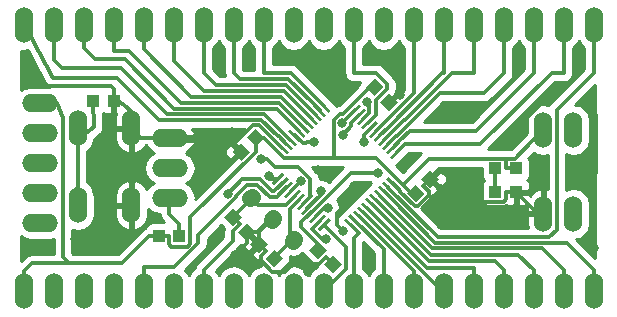
<source format=gtl>
G04 #@! TF.FileFunction,Copper,L1,Top,Signal*
%FSLAX46Y46*%
G04 Gerber Fmt 4.6, Leading zero omitted, Abs format (unit mm)*
G04 Created by KiCad (PCBNEW 4.0.1-stable) date 2017/01/22 22:06:15*
%MOMM*%
G01*
G04 APERTURE LIST*
%ADD10C,0.100000*%
%ADD11O,1.524000X3.048000*%
%ADD12R,1.049020X1.079500*%
%ADD13C,1.400000*%
%ADD14O,3.048000X1.524000*%
%ADD15C,0.800000*%
%ADD16C,0.300000*%
%ADD17C,0.249800*%
%ADD18C,0.254000*%
G04 APERTURE END LIST*
D10*
D11*
X123190000Y-137160000D03*
X125730000Y-137160000D03*
X128270000Y-137160000D03*
X130810000Y-137160000D03*
X133350000Y-137160000D03*
X135890000Y-137160000D03*
X138430000Y-137160000D03*
X140970000Y-137160000D03*
X143510000Y-137160000D03*
X146050000Y-137160000D03*
X148590000Y-137160000D03*
X151130000Y-137160000D03*
X153670000Y-137160000D03*
X156210000Y-137160000D03*
X158750000Y-137160000D03*
X161290000Y-137160000D03*
X163830000Y-137160000D03*
X166370000Y-137160000D03*
X168910000Y-137160000D03*
X171450000Y-137160000D03*
X123189800Y-114616000D03*
X125729800Y-114616000D03*
X128269800Y-114616000D03*
X130809800Y-114616000D03*
X133349800Y-114616000D03*
X135889800Y-114616000D03*
X138429800Y-114616000D03*
X140969800Y-114616000D03*
X143509800Y-114616000D03*
X146049800Y-114616000D03*
X148589800Y-114616000D03*
X151129800Y-114616000D03*
X153669800Y-114616000D03*
X156209800Y-114616000D03*
X158749800Y-114616000D03*
X161289800Y-114616000D03*
X163829800Y-114616000D03*
X166369800Y-114616000D03*
X168909800Y-114616000D03*
X171449800Y-114616000D03*
D12*
X164873760Y-126750000D03*
X163126240Y-126750000D03*
D13*
X142383238Y-129274660D02*
X142524660Y-129133238D01*
X144179289Y-131070711D02*
X144320711Y-130929289D01*
X145975340Y-132866762D02*
X146116762Y-132725340D01*
D10*
G36*
X140129613Y-130892934D02*
X140892934Y-130129613D01*
X141634703Y-130871382D01*
X140871382Y-131634703D01*
X140129613Y-130892934D01*
X140129613Y-130892934D01*
G37*
G36*
X141365297Y-132128618D02*
X142128618Y-131365297D01*
X142870387Y-132107066D01*
X142107066Y-132870387D01*
X141365297Y-132128618D01*
X141365297Y-132128618D01*
G37*
G36*
X145120387Y-134357066D02*
X144357066Y-135120387D01*
X143615297Y-134378618D01*
X144378618Y-133615297D01*
X145120387Y-134357066D01*
X145120387Y-134357066D01*
G37*
G36*
X143884703Y-133121382D02*
X143121382Y-133884703D01*
X142379613Y-133142934D01*
X143142934Y-132379613D01*
X143884703Y-133121382D01*
X143884703Y-133121382D01*
G37*
D12*
X129076240Y-121000000D03*
X130823760Y-121000000D03*
D10*
G36*
X142857066Y-123379613D02*
X143620387Y-124142934D01*
X142878618Y-124884703D01*
X142115297Y-124121382D01*
X142857066Y-123379613D01*
X142857066Y-123379613D01*
G37*
G36*
X141621382Y-124615297D02*
X142384703Y-125378618D01*
X141642934Y-126120387D01*
X140879613Y-125357066D01*
X141621382Y-124615297D01*
X141621382Y-124615297D01*
G37*
G36*
X147379613Y-133642934D02*
X148142934Y-132879613D01*
X148884703Y-133621382D01*
X148121382Y-134384703D01*
X147379613Y-133642934D01*
X147379613Y-133642934D01*
G37*
G36*
X148615297Y-134878618D02*
X149378618Y-134115297D01*
X150120387Y-134857066D01*
X149357066Y-135620387D01*
X148615297Y-134878618D01*
X148615297Y-134878618D01*
G37*
D14*
X135550000Y-129240000D03*
X135550000Y-126700000D03*
X135550000Y-124160000D03*
D11*
X167180000Y-123500000D03*
X169720000Y-123500000D03*
X167180000Y-130600000D03*
X169720000Y-130600000D03*
D12*
X163126240Y-128750000D03*
X164873760Y-128750000D03*
X134626240Y-132500000D03*
X136373760Y-132500000D03*
D11*
X127789400Y-129851200D03*
X127789400Y-123348800D03*
X132310600Y-129851200D03*
X132310600Y-123348800D03*
D10*
G36*
X144358311Y-128179379D02*
X144181534Y-128002602D01*
X145100773Y-127083363D01*
X145277550Y-127260140D01*
X144358311Y-128179379D01*
X144358311Y-128179379D01*
G37*
G36*
X144711864Y-128532932D02*
X144535087Y-128356155D01*
X145454326Y-127436916D01*
X145631103Y-127613693D01*
X144711864Y-128532932D01*
X144711864Y-128532932D01*
G37*
G36*
X145065418Y-128886486D02*
X144888641Y-128709709D01*
X145807880Y-127790470D01*
X145984657Y-127967247D01*
X145065418Y-128886486D01*
X145065418Y-128886486D01*
G37*
G36*
X145418971Y-129240039D02*
X145242194Y-129063262D01*
X146161433Y-128144023D01*
X146338210Y-128320800D01*
X145418971Y-129240039D01*
X145418971Y-129240039D01*
G37*
G36*
X145772524Y-129593592D02*
X145595747Y-129416815D01*
X146514986Y-128497576D01*
X146691763Y-128674353D01*
X145772524Y-129593592D01*
X145772524Y-129593592D01*
G37*
G36*
X146126078Y-129947146D02*
X145949301Y-129770369D01*
X146868540Y-128851130D01*
X147045317Y-129027907D01*
X146126078Y-129947146D01*
X146126078Y-129947146D01*
G37*
G36*
X146479631Y-130300699D02*
X146302854Y-130123922D01*
X147222093Y-129204683D01*
X147398870Y-129381460D01*
X146479631Y-130300699D01*
X146479631Y-130300699D01*
G37*
G36*
X146833185Y-130654253D02*
X146656408Y-130477476D01*
X147575647Y-129558237D01*
X147752424Y-129735014D01*
X146833185Y-130654253D01*
X146833185Y-130654253D01*
G37*
G36*
X147186738Y-131007806D02*
X147009961Y-130831029D01*
X147929200Y-129911790D01*
X148105977Y-130088567D01*
X147186738Y-131007806D01*
X147186738Y-131007806D01*
G37*
G36*
X147540291Y-131361359D02*
X147363514Y-131184582D01*
X148282753Y-130265343D01*
X148459530Y-130442120D01*
X147540291Y-131361359D01*
X147540291Y-131361359D01*
G37*
G36*
X147893845Y-131714913D02*
X147717068Y-131538136D01*
X148636307Y-130618897D01*
X148813084Y-130795674D01*
X147893845Y-131714913D01*
X147893845Y-131714913D01*
G37*
G36*
X148247398Y-132068466D02*
X148070621Y-131891689D01*
X148989860Y-130972450D01*
X149166637Y-131149227D01*
X148247398Y-132068466D01*
X148247398Y-132068466D01*
G37*
G36*
X151429379Y-131891689D02*
X151252602Y-132068466D01*
X150333363Y-131149227D01*
X150510140Y-130972450D01*
X151429379Y-131891689D01*
X151429379Y-131891689D01*
G37*
G36*
X151782932Y-131538136D02*
X151606155Y-131714913D01*
X150686916Y-130795674D01*
X150863693Y-130618897D01*
X151782932Y-131538136D01*
X151782932Y-131538136D01*
G37*
G36*
X152136486Y-131184582D02*
X151959709Y-131361359D01*
X151040470Y-130442120D01*
X151217247Y-130265343D01*
X152136486Y-131184582D01*
X152136486Y-131184582D01*
G37*
G36*
X152490039Y-130831029D02*
X152313262Y-131007806D01*
X151394023Y-130088567D01*
X151570800Y-129911790D01*
X152490039Y-130831029D01*
X152490039Y-130831029D01*
G37*
G36*
X152843592Y-130477476D02*
X152666815Y-130654253D01*
X151747576Y-129735014D01*
X151924353Y-129558237D01*
X152843592Y-130477476D01*
X152843592Y-130477476D01*
G37*
G36*
X153197146Y-130123922D02*
X153020369Y-130300699D01*
X152101130Y-129381460D01*
X152277907Y-129204683D01*
X153197146Y-130123922D01*
X153197146Y-130123922D01*
G37*
G36*
X153550699Y-129770369D02*
X153373922Y-129947146D01*
X152454683Y-129027907D01*
X152631460Y-128851130D01*
X153550699Y-129770369D01*
X153550699Y-129770369D01*
G37*
G36*
X153904253Y-129416815D02*
X153727476Y-129593592D01*
X152808237Y-128674353D01*
X152985014Y-128497576D01*
X153904253Y-129416815D01*
X153904253Y-129416815D01*
G37*
G36*
X154257806Y-129063262D02*
X154081029Y-129240039D01*
X153161790Y-128320800D01*
X153338567Y-128144023D01*
X154257806Y-129063262D01*
X154257806Y-129063262D01*
G37*
G36*
X154611359Y-128709709D02*
X154434582Y-128886486D01*
X153515343Y-127967247D01*
X153692120Y-127790470D01*
X154611359Y-128709709D01*
X154611359Y-128709709D01*
G37*
G36*
X154964913Y-128356155D02*
X154788136Y-128532932D01*
X153868897Y-127613693D01*
X154045674Y-127436916D01*
X154964913Y-128356155D01*
X154964913Y-128356155D01*
G37*
G36*
X155318466Y-128002602D02*
X155141689Y-128179379D01*
X154222450Y-127260140D01*
X154399227Y-127083363D01*
X155318466Y-128002602D01*
X155318466Y-128002602D01*
G37*
G36*
X154399227Y-125916637D02*
X154222450Y-125739860D01*
X155141689Y-124820621D01*
X155318466Y-124997398D01*
X154399227Y-125916637D01*
X154399227Y-125916637D01*
G37*
G36*
X154045674Y-125563084D02*
X153868897Y-125386307D01*
X154788136Y-124467068D01*
X154964913Y-124643845D01*
X154045674Y-125563084D01*
X154045674Y-125563084D01*
G37*
G36*
X153692120Y-125209530D02*
X153515343Y-125032753D01*
X154434582Y-124113514D01*
X154611359Y-124290291D01*
X153692120Y-125209530D01*
X153692120Y-125209530D01*
G37*
G36*
X153338567Y-124855977D02*
X153161790Y-124679200D01*
X154081029Y-123759961D01*
X154257806Y-123936738D01*
X153338567Y-124855977D01*
X153338567Y-124855977D01*
G37*
G36*
X152985014Y-124502424D02*
X152808237Y-124325647D01*
X153727476Y-123406408D01*
X153904253Y-123583185D01*
X152985014Y-124502424D01*
X152985014Y-124502424D01*
G37*
G36*
X152631460Y-124148870D02*
X152454683Y-123972093D01*
X153373922Y-123052854D01*
X153550699Y-123229631D01*
X152631460Y-124148870D01*
X152631460Y-124148870D01*
G37*
G36*
X152277907Y-123795317D02*
X152101130Y-123618540D01*
X153020369Y-122699301D01*
X153197146Y-122876078D01*
X152277907Y-123795317D01*
X152277907Y-123795317D01*
G37*
G36*
X151924353Y-123441763D02*
X151747576Y-123264986D01*
X152666815Y-122345747D01*
X152843592Y-122522524D01*
X151924353Y-123441763D01*
X151924353Y-123441763D01*
G37*
G36*
X151570800Y-123088210D02*
X151394023Y-122911433D01*
X152313262Y-121992194D01*
X152490039Y-122168971D01*
X151570800Y-123088210D01*
X151570800Y-123088210D01*
G37*
G36*
X151217247Y-122734657D02*
X151040470Y-122557880D01*
X151959709Y-121638641D01*
X152136486Y-121815418D01*
X151217247Y-122734657D01*
X151217247Y-122734657D01*
G37*
G36*
X150863693Y-122381103D02*
X150686916Y-122204326D01*
X151606155Y-121285087D01*
X151782932Y-121461864D01*
X150863693Y-122381103D01*
X150863693Y-122381103D01*
G37*
G36*
X150510140Y-122027550D02*
X150333363Y-121850773D01*
X151252602Y-120931534D01*
X151429379Y-121108311D01*
X150510140Y-122027550D01*
X150510140Y-122027550D01*
G37*
G36*
X149166637Y-121850773D02*
X148989860Y-122027550D01*
X148070621Y-121108311D01*
X148247398Y-120931534D01*
X149166637Y-121850773D01*
X149166637Y-121850773D01*
G37*
G36*
X148813084Y-122204326D02*
X148636307Y-122381103D01*
X147717068Y-121461864D01*
X147893845Y-121285087D01*
X148813084Y-122204326D01*
X148813084Y-122204326D01*
G37*
G36*
X148459530Y-122557880D02*
X148282753Y-122734657D01*
X147363514Y-121815418D01*
X147540291Y-121638641D01*
X148459530Y-122557880D01*
X148459530Y-122557880D01*
G37*
G36*
X148105977Y-122911433D02*
X147929200Y-123088210D01*
X147009961Y-122168971D01*
X147186738Y-121992194D01*
X148105977Y-122911433D01*
X148105977Y-122911433D01*
G37*
G36*
X147752424Y-123264986D02*
X147575647Y-123441763D01*
X146656408Y-122522524D01*
X146833185Y-122345747D01*
X147752424Y-123264986D01*
X147752424Y-123264986D01*
G37*
G36*
X147398870Y-123618540D02*
X147222093Y-123795317D01*
X146302854Y-122876078D01*
X146479631Y-122699301D01*
X147398870Y-123618540D01*
X147398870Y-123618540D01*
G37*
G36*
X147045317Y-123972093D02*
X146868540Y-124148870D01*
X145949301Y-123229631D01*
X146126078Y-123052854D01*
X147045317Y-123972093D01*
X147045317Y-123972093D01*
G37*
G36*
X146691763Y-124325647D02*
X146514986Y-124502424D01*
X145595747Y-123583185D01*
X145772524Y-123406408D01*
X146691763Y-124325647D01*
X146691763Y-124325647D01*
G37*
G36*
X146338210Y-124679200D02*
X146161433Y-124855977D01*
X145242194Y-123936738D01*
X145418971Y-123759961D01*
X146338210Y-124679200D01*
X146338210Y-124679200D01*
G37*
G36*
X145984657Y-125032753D02*
X145807880Y-125209530D01*
X144888641Y-124290291D01*
X145065418Y-124113514D01*
X145984657Y-125032753D01*
X145984657Y-125032753D01*
G37*
G36*
X145631103Y-125386307D02*
X145454326Y-125563084D01*
X144535087Y-124643845D01*
X144711864Y-124467068D01*
X145631103Y-125386307D01*
X145631103Y-125386307D01*
G37*
G36*
X145277550Y-125739860D02*
X145100773Y-125916637D01*
X144181534Y-124997398D01*
X144358311Y-124820621D01*
X145277550Y-125739860D01*
X145277550Y-125739860D01*
G37*
D14*
X124550000Y-121220000D03*
X124550000Y-123760000D03*
X124550000Y-126300000D03*
X124550000Y-128840000D03*
X124550000Y-131380000D03*
D10*
G36*
X152129613Y-119892934D02*
X152892934Y-119129613D01*
X153634703Y-119871382D01*
X152871382Y-120634703D01*
X152129613Y-119892934D01*
X152129613Y-119892934D01*
G37*
G36*
X153365297Y-121128618D02*
X154128618Y-120365297D01*
X154870387Y-121107066D01*
X154107066Y-121870387D01*
X153365297Y-121128618D01*
X153365297Y-121128618D01*
G37*
G36*
X156392934Y-129620387D02*
X155629613Y-128857066D01*
X156371382Y-128115297D01*
X157134703Y-128878618D01*
X156392934Y-129620387D01*
X156392934Y-129620387D01*
G37*
G36*
X157628618Y-128384703D02*
X156865297Y-127621382D01*
X157607066Y-126879613D01*
X158370387Y-127642934D01*
X157628618Y-128384703D01*
X157628618Y-128384703D01*
G37*
D15*
X142210000Y-118090000D03*
X139920000Y-118310000D03*
X144840000Y-117280000D03*
X123910000Y-118470000D03*
X130260000Y-126690000D03*
X127500000Y-132750000D03*
X124840000Y-133660000D03*
X138000000Y-128500000D03*
X156000000Y-126000000D03*
X171500000Y-133500000D03*
X158500000Y-131500000D03*
X158500000Y-128500000D03*
X150250000Y-132050000D03*
X152500000Y-134600000D03*
X151150000Y-128200000D03*
X147300000Y-135500000D03*
X140800000Y-123650000D03*
X139250000Y-132850000D03*
X141050000Y-134100000D03*
X148100000Y-126850000D03*
X149350000Y-120300000D03*
X167750000Y-120500000D03*
X170850000Y-127900000D03*
X171050000Y-121600000D03*
X160950000Y-122050000D03*
X163900000Y-124400000D03*
X155087200Y-120510400D03*
X150166700Y-122907200D03*
X143277300Y-125932000D03*
X153188200Y-127095600D03*
X150191000Y-123892600D03*
X147800000Y-124500000D03*
X143929600Y-127397800D03*
X140447800Y-128881400D03*
X146688300Y-127844000D03*
X148959900Y-130106200D03*
X148759900Y-132688300D03*
X148345500Y-128666600D03*
X152290900Y-121100400D03*
X152000000Y-124550000D03*
D16*
X140882100Y-130881900D02*
X140882000Y-130882000D01*
X146144000Y-129045800D02*
X146144000Y-129046000D01*
X146143800Y-129045600D02*
X146144000Y-129045800D01*
X142752000Y-129502000D02*
X142453900Y-129203900D01*
X143050000Y-129800000D02*
X142752000Y-129502000D01*
X145400000Y-129800000D02*
X143050000Y-129800000D01*
X146144000Y-129056000D02*
X145400000Y-129800000D01*
X146144000Y-129046000D02*
X146144000Y-129056000D01*
X142454000Y-129310000D02*
X140882100Y-130881900D01*
X142454000Y-129204000D02*
X142454000Y-129310000D01*
X142752000Y-129502000D02*
X142454000Y-129204000D01*
X140882100Y-130881900D02*
X140882100Y-130882100D01*
X140882100Y-132881200D02*
X138430000Y-135333300D01*
X140882100Y-132052000D02*
X140882100Y-132881200D01*
X141467100Y-131467000D02*
X140882100Y-132052000D01*
X140882100Y-130882100D02*
X141467100Y-131467000D01*
X138430000Y-137160000D02*
X138430000Y-135333300D01*
X130823760Y-121000000D02*
X130823760Y-119993760D01*
X125200000Y-119760000D02*
X123910000Y-118470000D01*
X130590000Y-119760000D02*
X125200000Y-119760000D01*
X130823760Y-119993760D02*
X130590000Y-119760000D01*
X132310600Y-126500000D02*
X130450000Y-126500000D01*
X130450000Y-126500000D02*
X130260000Y-126690000D01*
X167180000Y-130600000D02*
X166723760Y-130600000D01*
X166723760Y-130600000D02*
X164873760Y-128750000D01*
X132310600Y-123348800D02*
X132310600Y-126500000D01*
X132310600Y-126500000D02*
X132310600Y-129851200D01*
X135550000Y-124160000D02*
X133121800Y-124160000D01*
X133121800Y-124160000D02*
X132310600Y-123348800D01*
X135850000Y-124460000D02*
X140724200Y-124460000D01*
X140724200Y-124460000D02*
X140975200Y-124710900D01*
X135850000Y-124460000D02*
X135550000Y-124160000D01*
X170850000Y-127900000D02*
X170850000Y-128850000D01*
X171500000Y-129500000D02*
X171500000Y-133500000D01*
X170850000Y-128850000D02*
X171500000Y-129500000D01*
X157617842Y-127632158D02*
X157632158Y-127632158D01*
X157632158Y-127632158D02*
X158500000Y-128500000D01*
X147850000Y-134867900D02*
X147850000Y-134950000D01*
X151150000Y-129150000D02*
X149750000Y-130550000D01*
X149750000Y-130550000D02*
X149750000Y-131550000D01*
X149750000Y-131550000D02*
X150250000Y-132050000D01*
X151150000Y-128200000D02*
X151150000Y-129150000D01*
X147850000Y-134950000D02*
X147300000Y-135500000D01*
X141818050Y-123868050D02*
X141018050Y-123868050D01*
X141018050Y-123868050D02*
X140800000Y-123650000D01*
X142117842Y-132117842D02*
X142117842Y-133032158D01*
X142117842Y-133032158D02*
X141050000Y-134100000D01*
X170850000Y-127900000D02*
X171650000Y-127100000D01*
X171650000Y-127100000D02*
X171650000Y-122200000D01*
X171650000Y-122200000D02*
X171050000Y-121600000D01*
X160950000Y-122050000D02*
X161050000Y-122050000D01*
X163900000Y-124350000D02*
X163900000Y-124400000D01*
X167750000Y-120500000D02*
X163900000Y-124350000D01*
X130961260Y-120862500D02*
X131701000Y-121362500D01*
X132260600Y-121922100D02*
X132310600Y-123348800D01*
X131701000Y-121362500D02*
X132260600Y-121922100D01*
X130961260Y-120862500D02*
X130823760Y-121000000D01*
X143132000Y-131968000D02*
X143132000Y-132118000D01*
X144100000Y-131000000D02*
X143132000Y-131968000D01*
X144250000Y-131000000D02*
X144100000Y-131000000D01*
X143132000Y-132118000D02*
X144250000Y-131000000D01*
X143132000Y-132118000D02*
X143132000Y-132625000D01*
X142625000Y-132625000D02*
X142117900Y-132117900D01*
X143132000Y-133132000D02*
X142625000Y-132625000D01*
X143132000Y-132625000D02*
X143132000Y-133132000D01*
X142118000Y-132118000D02*
X143132000Y-132118000D01*
X142625000Y-132625000D02*
X142118000Y-132118000D01*
X132310600Y-123348800D02*
X132310600Y-124262100D01*
X132310600Y-129851200D02*
X132260600Y-128424500D01*
X157617900Y-127632100D02*
X157033000Y-128217000D01*
X156546500Y-129943300D02*
X157471700Y-129018100D01*
X156278700Y-129943300D02*
X156546500Y-129943300D01*
X155090700Y-128755300D02*
X156278700Y-129943300D01*
X155090700Y-128658700D02*
X155090700Y-128755300D01*
X157471700Y-128655800D02*
X157033000Y-128217000D01*
X157471700Y-129018100D02*
X157471700Y-128655800D01*
X164046600Y-129370400D02*
X164046600Y-128750000D01*
X163824500Y-129592500D02*
X164046600Y-129370400D01*
X158046100Y-129592500D02*
X163824500Y-129592500D01*
X157471700Y-129018100D02*
X158046100Y-129592500D01*
X164873800Y-128750000D02*
X164046600Y-128750000D01*
X140975200Y-124710900D02*
X141632100Y-125367900D01*
X143132100Y-132625100D02*
X143132100Y-133132100D01*
X143132000Y-132625000D02*
X143132100Y-132625100D01*
X148198000Y-134867900D02*
X148783000Y-134282900D01*
X145888500Y-134867900D02*
X147850000Y-134867900D01*
X147850000Y-134867900D02*
X148198000Y-134867900D01*
X145278000Y-135478400D02*
X145888500Y-134867900D01*
X144223200Y-135478400D02*
X145278000Y-135478400D01*
X143278300Y-134533500D02*
X144223200Y-135478400D01*
X143278300Y-134155800D02*
X143278300Y-134533500D01*
X143717100Y-133717000D02*
X143278300Y-134155800D01*
X143132100Y-133132100D02*
X143717100Y-133717000D01*
X149367900Y-134867900D02*
X148783000Y-134282900D01*
X154753800Y-128321800D02*
X155090700Y-128658700D01*
X154753800Y-128321800D02*
X154416900Y-127984900D01*
X143128000Y-123060000D02*
X145083100Y-125015100D01*
X142626100Y-123060000D02*
X143128000Y-123060000D01*
X140975200Y-124710900D02*
X141818050Y-123868050D01*
X141818050Y-123868050D02*
X142626100Y-123060000D01*
X151234900Y-121833100D02*
X150561300Y-122506700D01*
X150561300Y-122512600D02*
X150166700Y-122907200D01*
X150561300Y-122506800D02*
X150561300Y-122512600D01*
X150561300Y-122506700D02*
X150561300Y-122506800D01*
X154725400Y-120510400D02*
X154117900Y-121117900D01*
X155087200Y-120510400D02*
X154725400Y-120510400D01*
X146497000Y-129399000D02*
X146497000Y-129401000D01*
X146497300Y-129400700D02*
X146497300Y-129399100D01*
X146497000Y-129401000D02*
X146497300Y-129400700D01*
X145154000Y-133582000D02*
X144368000Y-134368000D01*
X145153800Y-133582000D02*
X144367900Y-134367900D01*
X145154000Y-133582000D02*
X145153800Y-133582000D01*
X145873000Y-132623000D02*
X146046100Y-132796100D01*
X145700000Y-132450000D02*
X145873000Y-132623000D01*
X145700000Y-130200000D02*
X145700000Y-132450000D01*
X146497000Y-129403000D02*
X145700000Y-130200000D01*
X146497000Y-129401000D02*
X146497000Y-129403000D01*
X145940000Y-132796000D02*
X145154000Y-133582000D01*
X146046000Y-132796000D02*
X145940000Y-132796000D01*
X145873000Y-132623000D02*
X146046000Y-132796000D01*
X127789400Y-123348800D02*
X127789400Y-129851200D01*
X127789400Y-123348800D02*
X127789400Y-124262100D01*
X129126200Y-123275300D02*
X129076200Y-121000000D01*
X127789400Y-124262100D02*
X129126200Y-123275300D01*
X127789400Y-129851200D02*
X127739400Y-128424500D01*
X146850900Y-129752700D02*
X147524600Y-129079000D01*
X143830800Y-125932000D02*
X143277300Y-125932000D01*
X144490700Y-126591900D02*
X143830800Y-125932000D01*
X146439300Y-126591900D02*
X144490700Y-126591900D01*
X147463600Y-127616200D02*
X146439300Y-126591900D01*
X147463600Y-129018100D02*
X147463600Y-127616200D01*
X147524600Y-129079000D02*
X147463600Y-129018100D01*
X126500000Y-132500000D02*
X126500000Y-134250000D01*
X126500000Y-134250000D02*
X127015800Y-134765800D01*
X124550000Y-121220000D02*
X125970000Y-121220000D01*
X125970000Y-121220000D02*
X126500000Y-122500000D01*
X126500000Y-122500000D02*
X126500000Y-127250000D01*
X126500000Y-127250000D02*
X126500000Y-129000000D01*
X126500000Y-129000000D02*
X126500000Y-132500000D01*
X126500000Y-132500000D02*
X126500000Y-132750000D01*
X142868000Y-124132000D02*
X142867900Y-124132100D01*
X152479000Y-119882000D02*
X150881000Y-121480000D01*
X152882000Y-119882000D02*
X152479000Y-119882000D01*
X152882000Y-119882000D02*
X152882100Y-119882100D01*
X123190000Y-137160000D02*
X123190000Y-135448600D01*
X123872800Y-134765800D02*
X127015800Y-134765800D01*
X123190000Y-135448600D02*
X123872800Y-134765800D01*
X134626200Y-132500000D02*
X133799000Y-132500000D01*
X127015800Y-134765800D02*
X131533200Y-134765800D01*
X131533200Y-134765800D02*
X133799000Y-132500000D01*
X164873800Y-126750000D02*
X164046600Y-126750000D01*
X143493000Y-124132000D02*
X144729500Y-125368500D01*
X142868000Y-124132000D02*
X143493000Y-124132000D01*
X144729500Y-125368500D02*
X144730000Y-125369000D01*
X144729500Y-125368500D02*
X144729500Y-125368600D01*
X155264700Y-128125700D02*
X154770500Y-127631400D01*
X156007000Y-128868000D02*
X155264700Y-128125700D01*
X156382000Y-128868000D02*
X156007000Y-128868000D01*
X156382000Y-128868000D02*
X156382100Y-128867900D01*
X167180000Y-123500000D02*
X166165300Y-124500000D01*
X164046600Y-125907500D02*
X164046600Y-126750000D01*
X157482900Y-125907500D02*
X164046600Y-125907500D01*
X155264700Y-128125700D02*
X157482900Y-125907500D01*
X164757800Y-125907500D02*
X166165300Y-124500000D01*
X164046600Y-125907500D02*
X164757800Y-125907500D01*
X135453400Y-133120400D02*
X135453400Y-132500000D01*
X135691300Y-133358300D02*
X135453400Y-133120400D01*
X137064700Y-133358300D02*
X135691300Y-133358300D01*
X137301000Y-133122000D02*
X137064700Y-133358300D01*
X137301000Y-130890500D02*
X137301000Y-133122000D01*
X142868000Y-125323500D02*
X137301000Y-130890500D01*
X142868000Y-124132000D02*
X142868000Y-125323500D01*
X134626200Y-132500000D02*
X135453400Y-132500000D01*
X150881400Y-121479500D02*
X150544600Y-121816300D01*
X150544600Y-121816300D02*
X150207700Y-122153200D01*
X150544700Y-121816300D02*
X150881000Y-121480000D01*
X150544600Y-121816300D02*
X150544700Y-121816300D01*
X154770500Y-127631400D02*
X154770000Y-127631000D01*
X149458000Y-122622200D02*
X149458000Y-125867700D01*
X149927000Y-122153200D02*
X149458000Y-122622200D01*
X150207700Y-122153200D02*
X149927000Y-122153200D01*
X145228700Y-125867700D02*
X149458000Y-125867700D01*
X144730000Y-125369000D02*
X145228700Y-125867700D01*
X153006700Y-125867700D02*
X154770000Y-127631000D01*
X149458000Y-125867700D02*
X153006700Y-125867700D01*
X147558000Y-130460000D02*
X147557800Y-130460000D01*
X148132000Y-133132000D02*
X148132000Y-133398300D01*
X146700000Y-131700000D02*
X148132000Y-133132000D01*
X146700000Y-131300000D02*
X146700000Y-131700000D01*
X147540000Y-130460000D02*
X146700000Y-131300000D01*
X147557800Y-130460000D02*
X147540000Y-130460000D01*
X148132000Y-133398300D02*
X148132000Y-133632000D01*
X148132100Y-133398400D02*
X148132100Y-133632100D01*
X148132000Y-133398300D02*
X148132100Y-133398400D01*
X147557800Y-130460000D02*
X147558000Y-130459800D01*
X150922200Y-127095600D02*
X153188200Y-127095600D01*
X147558000Y-130459800D02*
X150922200Y-127095600D01*
X143509800Y-114616000D02*
X143510000Y-118666700D01*
X145805800Y-118666700D02*
X143510000Y-118666700D01*
X148618600Y-121479500D02*
X145805800Y-118666700D01*
X151588500Y-122186600D02*
X150914700Y-122860400D01*
X150914700Y-123168900D02*
X150191000Y-123892600D01*
X150914700Y-122860500D02*
X150914700Y-123168900D01*
X150914700Y-122860400D02*
X150914700Y-122860500D01*
X136373800Y-131478500D02*
X136373800Y-132500000D01*
X135500000Y-130604700D02*
X136373800Y-131478500D01*
X135550000Y-129240000D02*
X135500000Y-130604700D01*
X146143800Y-123954400D02*
X146817500Y-124628000D01*
X147412200Y-124500000D02*
X147800000Y-124500000D01*
X146817500Y-124628000D02*
X147412200Y-124500000D01*
X144163200Y-127631400D02*
X143929600Y-127397800D01*
X144729500Y-127631400D02*
X144163200Y-127631400D01*
X145083100Y-127984900D02*
X144409300Y-128658700D01*
X141675400Y-127653800D02*
X140447800Y-128881400D01*
X143171600Y-127653800D02*
X141675400Y-127653800D01*
X144176500Y-128658700D02*
X143171600Y-127653800D01*
X144409300Y-128658700D02*
X144176500Y-128658700D01*
X135930000Y-135133300D02*
X133350000Y-135133300D01*
X137977200Y-133086100D02*
X135930000Y-135133300D01*
X137977200Y-132367300D02*
X137977200Y-133086100D01*
X141188600Y-129155900D02*
X137977200Y-132367300D01*
X141188600Y-129043900D02*
X141188600Y-129155900D01*
X142125900Y-128106600D02*
X141188600Y-129043900D01*
X142984100Y-128106600D02*
X142125900Y-128106600D01*
X144017700Y-129140200D02*
X142984100Y-128106600D01*
X144634900Y-129140200D02*
X144017700Y-129140200D01*
X145436600Y-128338500D02*
X144634900Y-129140200D01*
X133350000Y-137160000D02*
X133350000Y-135133300D01*
X146638200Y-127844000D02*
X146688300Y-127844000D01*
X145790200Y-128692000D02*
X146638200Y-127844000D01*
X148618700Y-130106200D02*
X148959900Y-130106200D01*
X147911500Y-130813400D02*
X148618700Y-130106200D01*
X148265100Y-131166900D02*
X147591300Y-131840700D01*
X148438900Y-132688300D02*
X148759900Y-132688300D01*
X147591300Y-131840700D02*
X148438900Y-132688300D01*
X150479000Y-135271000D02*
X148590000Y-137160000D01*
X150479000Y-133380900D02*
X150479000Y-135271000D01*
X148618600Y-131520500D02*
X150479000Y-133380900D01*
X151130000Y-132619200D02*
X151130000Y-137160000D01*
X151555100Y-132194100D02*
X151130000Y-132619200D01*
X150881400Y-131520500D02*
X151555100Y-132194100D01*
X153670000Y-133602000D02*
X153670000Y-137160000D01*
X151234900Y-131166900D02*
X153670000Y-133602000D01*
X156210000Y-135434900D02*
X156210000Y-137160000D01*
X151588500Y-130813400D02*
X156210000Y-135434900D01*
X158642200Y-137160000D02*
X158750000Y-137160000D01*
X151942000Y-130459800D02*
X158642200Y-137160000D01*
X157372700Y-135183300D02*
X161290000Y-135183300D01*
X152295600Y-130106200D02*
X157372700Y-135183300D01*
X161290000Y-137160000D02*
X161290000Y-135183300D01*
X163069300Y-134572600D02*
X163830000Y-135333300D01*
X157469000Y-134572600D02*
X163069300Y-134572600D01*
X152649100Y-129752700D02*
X157469000Y-134572600D01*
X163830000Y-137160000D02*
X163830000Y-135333300D01*
X166370000Y-137160000D02*
X166370000Y-135333300D01*
X165071700Y-134035000D02*
X166370000Y-135333300D01*
X157638600Y-134035000D02*
X165071700Y-134035000D01*
X153002700Y-129399100D02*
X157638600Y-134035000D01*
X168910000Y-137160000D02*
X168910000Y-135333300D01*
X167059000Y-133482300D02*
X168910000Y-135333300D01*
X157792900Y-133482300D02*
X167059000Y-133482300D01*
X153356200Y-129045600D02*
X157792900Y-133482300D01*
X153709800Y-128692000D02*
X154383600Y-129365800D01*
X171450000Y-137160000D02*
X171450000Y-135333300D01*
X169146300Y-133029600D02*
X171450000Y-135333300D01*
X158047400Y-133029600D02*
X169146300Y-133029600D01*
X154383600Y-129365800D02*
X158047400Y-133029600D01*
X148345500Y-128965100D02*
X148345500Y-128666600D01*
X147204400Y-130106200D02*
X148345500Y-128965100D01*
X123189800Y-114616000D02*
X123189800Y-114537788D01*
X125695780Y-119100000D02*
X123189800Y-114537788D01*
X131129900Y-119100000D02*
X125695780Y-119100000D01*
X134637200Y-122607300D02*
X131129900Y-119100000D01*
X143315600Y-122607300D02*
X134637200Y-122607300D01*
X144696200Y-123987900D02*
X143315600Y-122607300D01*
X144762900Y-123987900D02*
X144696200Y-123987900D01*
X144763000Y-123987800D02*
X144762900Y-123987900D01*
X145436600Y-124661500D02*
X144763000Y-123987800D01*
D17*
X145723400Y-124308000D02*
X145790200Y-124308000D01*
X145691000Y-124275600D02*
X145723400Y-124308000D01*
D16*
X126418000Y-118254700D02*
X125729946Y-117566646D01*
X131384900Y-118254700D02*
X126418000Y-118254700D01*
X135284700Y-122154500D02*
X131384900Y-118254700D01*
X143569900Y-122154500D02*
X135284700Y-122154500D01*
X145691000Y-124275600D02*
X143569900Y-122154500D01*
X125729800Y-114616000D02*
X125729946Y-117566646D01*
X129189000Y-117485700D02*
X128269896Y-116566596D01*
X131727100Y-117485700D02*
X129189000Y-117485700D01*
X135943100Y-121701700D02*
X131727100Y-117485700D01*
X144598100Y-121701700D02*
X135943100Y-121701700D01*
X146497300Y-123600900D02*
X144598100Y-121701700D01*
X128269800Y-114616000D02*
X128269896Y-116566596D01*
X130809800Y-114616000D02*
X130809906Y-116766700D01*
X132098400Y-116766700D02*
X130809906Y-116766700D01*
X136498800Y-121167100D02*
X132098400Y-116766700D01*
X144770700Y-121167100D02*
X136498800Y-121167100D01*
X146850900Y-123247300D02*
X144770700Y-121167100D01*
X133349800Y-114616000D02*
X133349901Y-116666601D01*
X137347700Y-120664400D02*
X133349901Y-116666601D01*
X144975000Y-120664400D02*
X137347700Y-120664400D01*
X147204400Y-122893800D02*
X144975000Y-120664400D01*
X135889800Y-114616000D02*
X135889951Y-117666651D01*
X138435000Y-120211700D02*
X135889951Y-117666651D01*
X145229500Y-120211700D02*
X138435000Y-120211700D01*
X147558000Y-122540200D02*
X145229500Y-120211700D01*
X138429800Y-114616000D02*
X138430000Y-118666700D01*
X139472300Y-119709000D02*
X138430000Y-118666700D01*
X145433897Y-119709000D02*
X139472300Y-119709000D01*
X147237900Y-121512900D02*
X145433897Y-119709000D01*
X147911500Y-122186600D02*
X147237900Y-121512900D01*
X140969800Y-114616000D02*
X140970000Y-118666700D01*
X148265100Y-121833100D02*
X147591300Y-121159300D01*
X141472700Y-119169400D02*
X140970000Y-118666700D01*
X145601400Y-119169400D02*
X141472700Y-119169400D01*
X147591300Y-121159300D02*
X145601400Y-119169400D01*
X152448600Y-122033600D02*
X151942000Y-122540200D01*
X152448600Y-121258100D02*
X152448600Y-122033600D01*
X152290900Y-121100400D02*
X152448600Y-121258100D01*
X151129800Y-114616000D02*
X151130000Y-118666700D01*
D17*
X152295600Y-122893800D02*
X152951600Y-122237800D01*
X152951600Y-122237900D02*
X152951600Y-122237800D01*
X153024100Y-122237900D02*
X152951600Y-122237900D01*
D16*
X153022800Y-118666700D02*
X151130000Y-118666700D01*
X153977200Y-119621100D02*
X153022800Y-118666700D01*
X153977200Y-120022800D02*
X153977200Y-119621100D01*
X153024100Y-120975900D02*
X153977200Y-120022800D01*
X153024100Y-122237900D02*
X153024100Y-120975900D01*
X152000000Y-124176800D02*
X152000000Y-124550000D01*
X151975500Y-123920900D02*
X152000000Y-124176800D01*
X152649100Y-123247300D02*
X151975500Y-123920900D01*
X153002700Y-123600900D02*
X153676500Y-122927100D01*
X156210000Y-120393600D02*
X156209800Y-114616000D01*
X153676500Y-122927100D02*
X156210000Y-120393600D01*
X153356200Y-123954400D02*
X154029900Y-123280700D01*
X158749800Y-114616000D02*
X158750000Y-118666700D01*
X158643900Y-118666700D02*
X158750000Y-118666700D01*
X154029900Y-123280700D02*
X158643900Y-118666700D01*
X159463300Y-118666700D02*
X161290000Y-118666700D01*
X155478000Y-122652000D02*
X159463300Y-118666700D01*
X155365800Y-122652000D02*
X155478000Y-122652000D01*
X154383600Y-123634200D02*
X155365800Y-122652000D01*
X153709800Y-124308000D02*
X154383600Y-123634200D01*
X161289800Y-114616000D02*
X161290000Y-118666700D01*
X163853300Y-118666700D02*
X163830000Y-118666700D01*
X162148900Y-120371100D02*
X163853300Y-118666700D01*
X158399200Y-120371100D02*
X162148900Y-120371100D01*
X154782400Y-123987900D02*
X158399200Y-120371100D01*
X154737100Y-123987900D02*
X154782400Y-123987900D01*
X154737100Y-123987800D02*
X154737100Y-123987900D01*
X154063400Y-124661500D02*
X154737100Y-123987800D01*
X163829800Y-114616000D02*
X163830000Y-118666700D01*
X166369800Y-114616000D02*
X166370000Y-118666700D01*
X154416900Y-125015100D02*
X155090700Y-124341300D01*
X161479200Y-123557500D02*
X166370000Y-118666700D01*
X155874500Y-123557500D02*
X161479200Y-123557500D01*
X155090700Y-124341300D02*
X155874500Y-123557500D01*
X167883300Y-118666700D02*
X168910000Y-118666700D01*
X161855000Y-124695000D02*
X167883300Y-118666700D01*
X155444200Y-124695000D02*
X161855000Y-124695000D01*
X155444200Y-124694900D02*
X155444200Y-124695000D01*
X154770500Y-125368600D02*
X155444200Y-124694900D01*
X168909800Y-114616000D02*
X168910000Y-118666700D01*
X168339900Y-121776800D02*
X171450000Y-118666700D01*
X168339900Y-131923000D02*
X168339900Y-121776800D01*
X167686100Y-132576800D02*
X168339900Y-131923000D01*
X158234900Y-132576800D02*
X167686100Y-132576800D01*
X154063400Y-128405300D02*
X158234900Y-132576800D01*
X154063400Y-128338500D02*
X154063400Y-128405300D01*
X171449800Y-114616000D02*
X171450000Y-118666700D01*
X163126200Y-128750000D02*
X163126200Y-126750000D01*
D18*
G36*
X125857000Y-137033000D02*
X125877000Y-137033000D01*
X125877000Y-137287000D01*
X125857000Y-137287000D01*
X125857000Y-137307000D01*
X125603000Y-137307000D01*
X125603000Y-137287000D01*
X125583000Y-137287000D01*
X125583000Y-137033000D01*
X125603000Y-137033000D01*
X125603000Y-137013000D01*
X125857000Y-137013000D01*
X125857000Y-137033000D01*
X125857000Y-137033000D01*
G37*
X125857000Y-137033000D02*
X125877000Y-137033000D01*
X125877000Y-137287000D01*
X125857000Y-137287000D01*
X125857000Y-137307000D01*
X125603000Y-137307000D01*
X125603000Y-137287000D01*
X125583000Y-137287000D01*
X125583000Y-137033000D01*
X125603000Y-137033000D01*
X125603000Y-137013000D01*
X125857000Y-137013000D01*
X125857000Y-137033000D01*
G36*
X152885000Y-133927158D02*
X152885000Y-135232349D01*
X152682172Y-135367875D01*
X152400000Y-135790174D01*
X152117828Y-135367875D01*
X151915000Y-135232349D01*
X151915000Y-132957158D01*
X152885000Y-133927158D01*
X152885000Y-133927158D01*
G37*
X152885000Y-133927158D02*
X152885000Y-135232349D01*
X152682172Y-135367875D01*
X152400000Y-135790174D01*
X152117828Y-135367875D01*
X151915000Y-135232349D01*
X151915000Y-132957158D01*
X152885000Y-133927158D01*
G36*
X146921804Y-134100743D02*
X147663573Y-134842512D01*
X147861276Y-134977597D01*
X147980297Y-135003416D01*
X147980297Y-135004928D01*
X148016078Y-135091311D01*
X147602172Y-135367875D01*
X147320000Y-135790174D01*
X147037828Y-135367875D01*
X146584609Y-135065043D01*
X146050000Y-134958703D01*
X145515391Y-135065043D01*
X145062172Y-135367875D01*
X144780000Y-135790174D01*
X144692562Y-135659314D01*
X144814875Y-135578196D01*
X145578196Y-134814875D01*
X145713281Y-134617172D01*
X145767765Y-134366010D01*
X145732246Y-134177241D01*
X145955461Y-134221642D01*
X146466344Y-134120020D01*
X146790808Y-133903221D01*
X146921804Y-134100743D01*
X146921804Y-134100743D01*
G37*
X146921804Y-134100743D02*
X147663573Y-134842512D01*
X147861276Y-134977597D01*
X147980297Y-135003416D01*
X147980297Y-135004928D01*
X148016078Y-135091311D01*
X147602172Y-135367875D01*
X147320000Y-135790174D01*
X147037828Y-135367875D01*
X146584609Y-135065043D01*
X146050000Y-134958703D01*
X145515391Y-135065043D01*
X145062172Y-135367875D01*
X144780000Y-135790174D01*
X144692562Y-135659314D01*
X144814875Y-135578196D01*
X145578196Y-134814875D01*
X145713281Y-134617172D01*
X145767765Y-134366010D01*
X145732246Y-134177241D01*
X145955461Y-134221642D01*
X146466344Y-134120020D01*
X146790808Y-133903221D01*
X146921804Y-134100743D01*
G36*
X142311590Y-132103700D02*
X142297447Y-132117842D01*
X143132158Y-132952553D01*
X143146301Y-132938411D01*
X143325906Y-133118016D01*
X143311763Y-133132158D01*
X143325906Y-133146301D01*
X143146301Y-133325906D01*
X143132158Y-133311763D01*
X142503540Y-133940381D01*
X142503540Y-134164887D01*
X142761683Y-134423030D01*
X142995072Y-134519703D01*
X142996149Y-134519703D01*
X143015443Y-134622245D01*
X143157488Y-134836427D01*
X143317963Y-134996902D01*
X142975391Y-135065043D01*
X142522172Y-135367875D01*
X142240000Y-135790174D01*
X141957828Y-135367875D01*
X141504609Y-135065043D01*
X140970000Y-134958703D01*
X140435391Y-135065043D01*
X139982172Y-135367875D01*
X139700000Y-135790174D01*
X139452978Y-135420480D01*
X141437179Y-133436279D01*
X141572464Y-133233811D01*
X141747367Y-133408714D01*
X141813778Y-133436222D01*
X141841286Y-133502633D01*
X142099429Y-133760776D01*
X142323935Y-133760776D01*
X142952553Y-133132158D01*
X142117842Y-132297447D01*
X142103700Y-132311590D01*
X141924095Y-132131985D01*
X141938237Y-132117842D01*
X141932327Y-132111932D01*
X142022179Y-132022079D01*
X142022199Y-132022049D01*
X142022226Y-132022031D01*
X142055357Y-131972437D01*
X142103700Y-131924095D01*
X142117842Y-131938237D01*
X142131985Y-131924095D01*
X142311590Y-132103700D01*
X142311590Y-132103700D01*
G37*
X142311590Y-132103700D02*
X142297447Y-132117842D01*
X143132158Y-132952553D01*
X143146301Y-132938411D01*
X143325906Y-133118016D01*
X143311763Y-133132158D01*
X143325906Y-133146301D01*
X143146301Y-133325906D01*
X143132158Y-133311763D01*
X142503540Y-133940381D01*
X142503540Y-134164887D01*
X142761683Y-134423030D01*
X142995072Y-134519703D01*
X142996149Y-134519703D01*
X143015443Y-134622245D01*
X143157488Y-134836427D01*
X143317963Y-134996902D01*
X142975391Y-135065043D01*
X142522172Y-135367875D01*
X142240000Y-135790174D01*
X141957828Y-135367875D01*
X141504609Y-135065043D01*
X140970000Y-134958703D01*
X140435391Y-135065043D01*
X139982172Y-135367875D01*
X139700000Y-135790174D01*
X139452978Y-135420480D01*
X141437179Y-133436279D01*
X141572464Y-133233811D01*
X141747367Y-133408714D01*
X141813778Y-133436222D01*
X141841286Y-133502633D01*
X142099429Y-133760776D01*
X142323935Y-133760776D01*
X142952553Y-133132158D01*
X142117842Y-132297447D01*
X142103700Y-132311590D01*
X141924095Y-132131985D01*
X141938237Y-132117842D01*
X141932327Y-132111932D01*
X142022179Y-132022079D01*
X142022199Y-132022049D01*
X142022226Y-132022031D01*
X142055357Y-131972437D01*
X142103700Y-131924095D01*
X142117842Y-131938237D01*
X142131985Y-131924095D01*
X142311590Y-132103700D01*
G36*
X140142885Y-131821824D02*
X140118154Y-131946157D01*
X140097100Y-132052000D01*
X140097100Y-132556042D01*
X137874921Y-134778221D01*
X137704755Y-135032893D01*
X137668158Y-135216875D01*
X137442172Y-135367875D01*
X137160000Y-135790174D01*
X136877828Y-135367875D01*
X136834520Y-135338938D01*
X138532279Y-133641179D01*
X138702445Y-133386507D01*
X138762200Y-133086100D01*
X138762200Y-132692458D01*
X139887860Y-131566799D01*
X140142885Y-131821824D01*
X140142885Y-131821824D01*
G37*
X140142885Y-131821824D02*
X140118154Y-131946157D01*
X140097100Y-132052000D01*
X140097100Y-132556042D01*
X137874921Y-134778221D01*
X137704755Y-135032893D01*
X137668158Y-135216875D01*
X137442172Y-135367875D01*
X137160000Y-135790174D01*
X136877828Y-135367875D01*
X136834520Y-135338938D01*
X138532279Y-133641179D01*
X138702445Y-133386507D01*
X138762200Y-133086100D01*
X138762200Y-132692458D01*
X139887860Y-131566799D01*
X140142885Y-131821824D01*
G36*
X149561590Y-134853700D02*
X149547447Y-134867842D01*
X149561590Y-134881985D01*
X149381985Y-135061590D01*
X149367842Y-135047447D01*
X149353700Y-135061590D01*
X149174095Y-134881985D01*
X149188237Y-134867842D01*
X149174095Y-134853700D01*
X149353700Y-134674095D01*
X149367842Y-134688237D01*
X149381985Y-134674095D01*
X149561590Y-134853700D01*
X149561590Y-134853700D01*
G37*
X149561590Y-134853700D02*
X149547447Y-134867842D01*
X149561590Y-134881985D01*
X149381985Y-135061590D01*
X149367842Y-135047447D01*
X149353700Y-135061590D01*
X149174095Y-134881985D01*
X149188237Y-134867842D01*
X149174095Y-134853700D01*
X149353700Y-134674095D01*
X149367842Y-134688237D01*
X149381985Y-134674095D01*
X149561590Y-134853700D01*
G36*
X123211094Y-132670660D02*
X123745703Y-132777000D01*
X125354297Y-132777000D01*
X125715000Y-132705252D01*
X125715000Y-133980800D01*
X123872800Y-133980800D01*
X123572393Y-134040555D01*
X123317721Y-134210721D01*
X122960000Y-134568442D01*
X122960000Y-132502884D01*
X123211094Y-132670660D01*
X123211094Y-132670660D01*
G37*
X123211094Y-132670660D02*
X123745703Y-132777000D01*
X125354297Y-132777000D01*
X125715000Y-132705252D01*
X125715000Y-133980800D01*
X123872800Y-133980800D01*
X123572393Y-134040555D01*
X123317721Y-134210721D01*
X122960000Y-134568442D01*
X122960000Y-132502884D01*
X123211094Y-132670660D01*
G36*
X171540000Y-134313142D02*
X169977029Y-132750171D01*
X170254609Y-132694957D01*
X170707828Y-132392125D01*
X171010660Y-131938906D01*
X171117000Y-131404297D01*
X171117000Y-129795703D01*
X171010660Y-129261094D01*
X170707828Y-128807875D01*
X170254609Y-128505043D01*
X169720000Y-128398703D01*
X169185391Y-128505043D01*
X169124900Y-128545462D01*
X169124900Y-125554538D01*
X169185391Y-125594957D01*
X169720000Y-125701297D01*
X170254609Y-125594957D01*
X170707828Y-125292125D01*
X171010660Y-124838906D01*
X171117000Y-124304297D01*
X171117000Y-122695703D01*
X171010660Y-122161094D01*
X170707828Y-121707875D01*
X170254609Y-121405043D01*
X169893620Y-121333238D01*
X171540000Y-119686858D01*
X171540000Y-134313142D01*
X171540000Y-134313142D01*
G37*
X171540000Y-134313142D02*
X169977029Y-132750171D01*
X170254609Y-132694957D01*
X170707828Y-132392125D01*
X171010660Y-131938906D01*
X171117000Y-131404297D01*
X171117000Y-129795703D01*
X171010660Y-129261094D01*
X170707828Y-128807875D01*
X170254609Y-128505043D01*
X169720000Y-128398703D01*
X169185391Y-128505043D01*
X169124900Y-128545462D01*
X169124900Y-125554538D01*
X169185391Y-125594957D01*
X169720000Y-125701297D01*
X170254609Y-125594957D01*
X170707828Y-125292125D01*
X171010660Y-124838906D01*
X171117000Y-124304297D01*
X171117000Y-122695703D01*
X171010660Y-122161094D01*
X170707828Y-121707875D01*
X170254609Y-121405043D01*
X169893620Y-121333238D01*
X171540000Y-119686858D01*
X171540000Y-134313142D01*
G36*
X130950760Y-120873000D02*
X130970760Y-120873000D01*
X130970760Y-121127000D01*
X130950760Y-121127000D01*
X130950760Y-122016000D01*
X131023208Y-122088448D01*
X130913600Y-122459800D01*
X130913600Y-123221800D01*
X132183600Y-123221800D01*
X132183600Y-123201800D01*
X132437600Y-123201800D01*
X132437600Y-123221800D01*
X132457600Y-123221800D01*
X132457600Y-123475800D01*
X132437600Y-123475800D01*
X132437600Y-125342520D01*
X132653670Y-125465020D01*
X132727877Y-125450060D01*
X133208626Y-125188430D01*
X133550874Y-124764950D01*
X133710370Y-125058026D01*
X134136059Y-125402059D01*
X134195662Y-125419651D01*
X133757875Y-125712172D01*
X133455043Y-126165391D01*
X133348703Y-126700000D01*
X133455043Y-127234609D01*
X133757875Y-127687828D01*
X134180174Y-127970000D01*
X133757875Y-128252172D01*
X133577644Y-128521907D01*
X133552659Y-128437259D01*
X133208626Y-128011570D01*
X132727877Y-127749940D01*
X132653670Y-127734980D01*
X132437600Y-127857480D01*
X132437600Y-129724200D01*
X132457600Y-129724200D01*
X132457600Y-129978200D01*
X132437600Y-129978200D01*
X132437600Y-131844920D01*
X132653670Y-131967420D01*
X132727877Y-131952460D01*
X133208626Y-131690830D01*
X133552659Y-131265141D01*
X133707600Y-130740200D01*
X133707600Y-130152586D01*
X133757875Y-130227828D01*
X134211094Y-130530660D01*
X134720425Y-130631972D01*
X134742126Y-130741069D01*
X134764242Y-130878351D01*
X134771906Y-130890783D01*
X134774755Y-130905107D01*
X134852009Y-131020725D01*
X134924970Y-131139083D01*
X134936807Y-131147635D01*
X134944921Y-131159779D01*
X135097952Y-131312810D01*
X134101730Y-131312810D01*
X133866413Y-131357088D01*
X133650289Y-131496160D01*
X133505299Y-131708360D01*
X133490799Y-131779963D01*
X133243921Y-131944921D01*
X131208042Y-133980800D01*
X127340958Y-133980800D01*
X127285000Y-133924842D01*
X127285000Y-131952166D01*
X127789400Y-132052497D01*
X128324009Y-131946157D01*
X128777228Y-131643325D01*
X129080060Y-131190106D01*
X129186400Y-130655497D01*
X129186400Y-129978200D01*
X130913600Y-129978200D01*
X130913600Y-130740200D01*
X131068541Y-131265141D01*
X131412574Y-131690830D01*
X131893323Y-131952460D01*
X131967530Y-131967420D01*
X132183600Y-131844920D01*
X132183600Y-129978200D01*
X130913600Y-129978200D01*
X129186400Y-129978200D01*
X129186400Y-129046903D01*
X129169552Y-128962200D01*
X130913600Y-128962200D01*
X130913600Y-129724200D01*
X132183600Y-129724200D01*
X132183600Y-127857480D01*
X131967530Y-127734980D01*
X131893323Y-127749940D01*
X131412574Y-128011570D01*
X131068541Y-128437259D01*
X130913600Y-128962200D01*
X129169552Y-128962200D01*
X129080060Y-128512294D01*
X128777228Y-128059075D01*
X128574400Y-127923549D01*
X128574400Y-125276451D01*
X128777228Y-125140925D01*
X129080060Y-124687706D01*
X129173932Y-124215776D01*
X129592409Y-123906865D01*
X129637942Y-123856853D01*
X129693340Y-123818050D01*
X129740060Y-123744689D01*
X129798610Y-123680379D01*
X129821539Y-123616749D01*
X129857870Y-123559700D01*
X129872650Y-123475800D01*
X130913600Y-123475800D01*
X130913600Y-124237800D01*
X131068541Y-124762741D01*
X131412574Y-125188430D01*
X131893323Y-125450060D01*
X131967530Y-125465020D01*
X132183600Y-125342520D01*
X132183600Y-123475800D01*
X130913600Y-123475800D01*
X129872650Y-123475800D01*
X129872959Y-123474049D01*
X129902444Y-123392224D01*
X129899277Y-123324662D01*
X129911011Y-123258053D01*
X129885802Y-122110908D01*
X129938484Y-122077009D01*
X129939552Y-122078077D01*
X130172941Y-122174750D01*
X130538010Y-122174750D01*
X130696760Y-122016000D01*
X130696760Y-121127000D01*
X130676760Y-121127000D01*
X130676760Y-120873000D01*
X130696760Y-120873000D01*
X130696760Y-120853000D01*
X130950760Y-120853000D01*
X130950760Y-120873000D01*
X130950760Y-120873000D01*
G37*
X130950760Y-120873000D02*
X130970760Y-120873000D01*
X130970760Y-121127000D01*
X130950760Y-121127000D01*
X130950760Y-122016000D01*
X131023208Y-122088448D01*
X130913600Y-122459800D01*
X130913600Y-123221800D01*
X132183600Y-123221800D01*
X132183600Y-123201800D01*
X132437600Y-123201800D01*
X132437600Y-123221800D01*
X132457600Y-123221800D01*
X132457600Y-123475800D01*
X132437600Y-123475800D01*
X132437600Y-125342520D01*
X132653670Y-125465020D01*
X132727877Y-125450060D01*
X133208626Y-125188430D01*
X133550874Y-124764950D01*
X133710370Y-125058026D01*
X134136059Y-125402059D01*
X134195662Y-125419651D01*
X133757875Y-125712172D01*
X133455043Y-126165391D01*
X133348703Y-126700000D01*
X133455043Y-127234609D01*
X133757875Y-127687828D01*
X134180174Y-127970000D01*
X133757875Y-128252172D01*
X133577644Y-128521907D01*
X133552659Y-128437259D01*
X133208626Y-128011570D01*
X132727877Y-127749940D01*
X132653670Y-127734980D01*
X132437600Y-127857480D01*
X132437600Y-129724200D01*
X132457600Y-129724200D01*
X132457600Y-129978200D01*
X132437600Y-129978200D01*
X132437600Y-131844920D01*
X132653670Y-131967420D01*
X132727877Y-131952460D01*
X133208626Y-131690830D01*
X133552659Y-131265141D01*
X133707600Y-130740200D01*
X133707600Y-130152586D01*
X133757875Y-130227828D01*
X134211094Y-130530660D01*
X134720425Y-130631972D01*
X134742126Y-130741069D01*
X134764242Y-130878351D01*
X134771906Y-130890783D01*
X134774755Y-130905107D01*
X134852009Y-131020725D01*
X134924970Y-131139083D01*
X134936807Y-131147635D01*
X134944921Y-131159779D01*
X135097952Y-131312810D01*
X134101730Y-131312810D01*
X133866413Y-131357088D01*
X133650289Y-131496160D01*
X133505299Y-131708360D01*
X133490799Y-131779963D01*
X133243921Y-131944921D01*
X131208042Y-133980800D01*
X127340958Y-133980800D01*
X127285000Y-133924842D01*
X127285000Y-131952166D01*
X127789400Y-132052497D01*
X128324009Y-131946157D01*
X128777228Y-131643325D01*
X129080060Y-131190106D01*
X129186400Y-130655497D01*
X129186400Y-129978200D01*
X130913600Y-129978200D01*
X130913600Y-130740200D01*
X131068541Y-131265141D01*
X131412574Y-131690830D01*
X131893323Y-131952460D01*
X131967530Y-131967420D01*
X132183600Y-131844920D01*
X132183600Y-129978200D01*
X130913600Y-129978200D01*
X129186400Y-129978200D01*
X129186400Y-129046903D01*
X129169552Y-128962200D01*
X130913600Y-128962200D01*
X130913600Y-129724200D01*
X132183600Y-129724200D01*
X132183600Y-127857480D01*
X131967530Y-127734980D01*
X131893323Y-127749940D01*
X131412574Y-128011570D01*
X131068541Y-128437259D01*
X130913600Y-128962200D01*
X129169552Y-128962200D01*
X129080060Y-128512294D01*
X128777228Y-128059075D01*
X128574400Y-127923549D01*
X128574400Y-125276451D01*
X128777228Y-125140925D01*
X129080060Y-124687706D01*
X129173932Y-124215776D01*
X129592409Y-123906865D01*
X129637942Y-123856853D01*
X129693340Y-123818050D01*
X129740060Y-123744689D01*
X129798610Y-123680379D01*
X129821539Y-123616749D01*
X129857870Y-123559700D01*
X129872650Y-123475800D01*
X130913600Y-123475800D01*
X130913600Y-124237800D01*
X131068541Y-124762741D01*
X131412574Y-125188430D01*
X131893323Y-125450060D01*
X131967530Y-125465020D01*
X132183600Y-125342520D01*
X132183600Y-123475800D01*
X130913600Y-123475800D01*
X129872650Y-123475800D01*
X129872959Y-123474049D01*
X129902444Y-123392224D01*
X129899277Y-123324662D01*
X129911011Y-123258053D01*
X129885802Y-122110908D01*
X129938484Y-122077009D01*
X129939552Y-122078077D01*
X130172941Y-122174750D01*
X130538010Y-122174750D01*
X130696760Y-122016000D01*
X130696760Y-121127000D01*
X130676760Y-121127000D01*
X130676760Y-120873000D01*
X130696760Y-120873000D01*
X130696760Y-120853000D01*
X130950760Y-120853000D01*
X130950760Y-120873000D01*
G36*
X166645391Y-125594957D02*
X167180000Y-125701297D01*
X167554900Y-125626725D01*
X167554900Y-128490197D01*
X167523070Y-128483780D01*
X167307000Y-128606280D01*
X167307000Y-130473000D01*
X167327000Y-130473000D01*
X167327000Y-130727000D01*
X167307000Y-130727000D01*
X167307000Y-130747000D01*
X167053000Y-130747000D01*
X167053000Y-130727000D01*
X165783000Y-130727000D01*
X165783000Y-131489000D01*
X165872374Y-131791800D01*
X158560058Y-131791800D01*
X156848164Y-130079906D01*
X156850743Y-130078196D01*
X157592512Y-129336427D01*
X157727597Y-129138724D01*
X157753416Y-129019703D01*
X157754928Y-129019703D01*
X157988317Y-128923030D01*
X158246460Y-128664887D01*
X158246460Y-128440381D01*
X157617842Y-127811763D01*
X157603700Y-127825906D01*
X157424095Y-127646301D01*
X157438237Y-127632158D01*
X157797447Y-127632158D01*
X158426065Y-128260776D01*
X158650571Y-128260776D01*
X158908714Y-128002633D01*
X159005387Y-127769244D01*
X159005388Y-127516625D01*
X158908715Y-127283236D01*
X158730086Y-127104608D01*
X158639795Y-127014316D01*
X158415289Y-127014316D01*
X157797447Y-127632158D01*
X157438237Y-127632158D01*
X157424095Y-127618016D01*
X157603700Y-127438411D01*
X157617842Y-127452553D01*
X158235684Y-126834711D01*
X158235684Y-126692500D01*
X161954290Y-126692500D01*
X161954290Y-127289750D01*
X161998568Y-127525067D01*
X162137640Y-127741191D01*
X162148578Y-127748664D01*
X162005299Y-127958360D01*
X161954290Y-128210250D01*
X161954290Y-129289750D01*
X161998568Y-129525067D01*
X162137640Y-129741191D01*
X162349840Y-129886181D01*
X162601730Y-129937190D01*
X163650750Y-129937190D01*
X163886067Y-129892912D01*
X163988484Y-129827009D01*
X163989552Y-129828077D01*
X164222941Y-129924750D01*
X164588010Y-129924750D01*
X164746760Y-129766000D01*
X164746760Y-128877000D01*
X165000760Y-128877000D01*
X165000760Y-129766000D01*
X165159510Y-129924750D01*
X165524579Y-129924750D01*
X165757968Y-129828077D01*
X165783000Y-129803045D01*
X165783000Y-130473000D01*
X167053000Y-130473000D01*
X167053000Y-128606280D01*
X166836930Y-128483780D01*
X166762723Y-128498740D01*
X166281974Y-128760370D01*
X166033270Y-129068104D01*
X166033270Y-129035750D01*
X165874520Y-128877000D01*
X165000760Y-128877000D01*
X164746760Y-128877000D01*
X164726760Y-128877000D01*
X164726760Y-128623000D01*
X164746760Y-128623000D01*
X164746760Y-128603000D01*
X165000760Y-128603000D01*
X165000760Y-128623000D01*
X165874520Y-128623000D01*
X166033270Y-128464250D01*
X166033270Y-128083940D01*
X165936597Y-127850551D01*
X165843733Y-127757687D01*
X165849711Y-127753840D01*
X165994701Y-127541640D01*
X166045710Y-127289750D01*
X166045710Y-126210250D01*
X166001432Y-125974933D01*
X165922770Y-125852688D01*
X166366710Y-125408748D01*
X166645391Y-125594957D01*
X166645391Y-125594957D01*
G37*
X166645391Y-125594957D02*
X167180000Y-125701297D01*
X167554900Y-125626725D01*
X167554900Y-128490197D01*
X167523070Y-128483780D01*
X167307000Y-128606280D01*
X167307000Y-130473000D01*
X167327000Y-130473000D01*
X167327000Y-130727000D01*
X167307000Y-130727000D01*
X167307000Y-130747000D01*
X167053000Y-130747000D01*
X167053000Y-130727000D01*
X165783000Y-130727000D01*
X165783000Y-131489000D01*
X165872374Y-131791800D01*
X158560058Y-131791800D01*
X156848164Y-130079906D01*
X156850743Y-130078196D01*
X157592512Y-129336427D01*
X157727597Y-129138724D01*
X157753416Y-129019703D01*
X157754928Y-129019703D01*
X157988317Y-128923030D01*
X158246460Y-128664887D01*
X158246460Y-128440381D01*
X157617842Y-127811763D01*
X157603700Y-127825906D01*
X157424095Y-127646301D01*
X157438237Y-127632158D01*
X157797447Y-127632158D01*
X158426065Y-128260776D01*
X158650571Y-128260776D01*
X158908714Y-128002633D01*
X159005387Y-127769244D01*
X159005388Y-127516625D01*
X158908715Y-127283236D01*
X158730086Y-127104608D01*
X158639795Y-127014316D01*
X158415289Y-127014316D01*
X157797447Y-127632158D01*
X157438237Y-127632158D01*
X157424095Y-127618016D01*
X157603700Y-127438411D01*
X157617842Y-127452553D01*
X158235684Y-126834711D01*
X158235684Y-126692500D01*
X161954290Y-126692500D01*
X161954290Y-127289750D01*
X161998568Y-127525067D01*
X162137640Y-127741191D01*
X162148578Y-127748664D01*
X162005299Y-127958360D01*
X161954290Y-128210250D01*
X161954290Y-129289750D01*
X161998568Y-129525067D01*
X162137640Y-129741191D01*
X162349840Y-129886181D01*
X162601730Y-129937190D01*
X163650750Y-129937190D01*
X163886067Y-129892912D01*
X163988484Y-129827009D01*
X163989552Y-129828077D01*
X164222941Y-129924750D01*
X164588010Y-129924750D01*
X164746760Y-129766000D01*
X164746760Y-128877000D01*
X165000760Y-128877000D01*
X165000760Y-129766000D01*
X165159510Y-129924750D01*
X165524579Y-129924750D01*
X165757968Y-129828077D01*
X165783000Y-129803045D01*
X165783000Y-130473000D01*
X167053000Y-130473000D01*
X167053000Y-128606280D01*
X166836930Y-128483780D01*
X166762723Y-128498740D01*
X166281974Y-128760370D01*
X166033270Y-129068104D01*
X166033270Y-129035750D01*
X165874520Y-128877000D01*
X165000760Y-128877000D01*
X164746760Y-128877000D01*
X164726760Y-128877000D01*
X164726760Y-128623000D01*
X164746760Y-128623000D01*
X164746760Y-128603000D01*
X165000760Y-128603000D01*
X165000760Y-128623000D01*
X165874520Y-128623000D01*
X166033270Y-128464250D01*
X166033270Y-128083940D01*
X165936597Y-127850551D01*
X165843733Y-127757687D01*
X165849711Y-127753840D01*
X165994701Y-127541640D01*
X166045710Y-127289750D01*
X166045710Y-126210250D01*
X166001432Y-125974933D01*
X165922770Y-125852688D01*
X166366710Y-125408748D01*
X166645391Y-125594957D01*
G36*
X144443748Y-130985858D02*
X144429605Y-131000000D01*
X144443748Y-131014143D01*
X144264143Y-131193748D01*
X144250000Y-131179605D01*
X144235858Y-131193748D01*
X144056253Y-131014143D01*
X144070395Y-131000000D01*
X144056253Y-130985858D01*
X144235858Y-130806253D01*
X144250000Y-130820395D01*
X144264143Y-130806253D01*
X144443748Y-130985858D01*
X144443748Y-130985858D01*
G37*
X144443748Y-130985858D02*
X144429605Y-131000000D01*
X144443748Y-131014143D01*
X144264143Y-131193748D01*
X144250000Y-131179605D01*
X144235858Y-131193748D01*
X144056253Y-131014143D01*
X144070395Y-131000000D01*
X144056253Y-130985858D01*
X144235858Y-130806253D01*
X144250000Y-130820395D01*
X144264143Y-130806253D01*
X144443748Y-130985858D01*
G36*
X152601154Y-127972519D02*
X152618035Y-127979529D01*
X152527205Y-128039767D01*
X152350428Y-128216544D01*
X152276037Y-128325419D01*
X152173651Y-128393321D01*
X151996874Y-128570098D01*
X151922483Y-128678972D01*
X151820098Y-128746874D01*
X151643321Y-128923651D01*
X151568930Y-129032526D01*
X151466544Y-129100428D01*
X151289767Y-129277205D01*
X151215376Y-129386079D01*
X151112991Y-129453981D01*
X150936214Y-129630758D01*
X150861823Y-129739632D01*
X150759438Y-129807534D01*
X150582661Y-129984311D01*
X150508270Y-130093186D01*
X150405884Y-130161088D01*
X150229107Y-130337865D01*
X150154716Y-130446739D01*
X150052331Y-130514641D01*
X149875554Y-130691418D01*
X149748128Y-130877912D01*
X149709770Y-130820073D01*
X149836819Y-130693246D01*
X149994720Y-130312977D01*
X149995079Y-129901229D01*
X149837842Y-129520685D01*
X149722658Y-129405300D01*
X151247358Y-127880600D01*
X152509395Y-127880600D01*
X152601154Y-127972519D01*
X152601154Y-127972519D01*
G37*
X152601154Y-127972519D02*
X152618035Y-127979529D01*
X152527205Y-128039767D01*
X152350428Y-128216544D01*
X152276037Y-128325419D01*
X152173651Y-128393321D01*
X151996874Y-128570098D01*
X151922483Y-128678972D01*
X151820098Y-128746874D01*
X151643321Y-128923651D01*
X151568930Y-129032526D01*
X151466544Y-129100428D01*
X151289767Y-129277205D01*
X151215376Y-129386079D01*
X151112991Y-129453981D01*
X150936214Y-129630758D01*
X150861823Y-129739632D01*
X150759438Y-129807534D01*
X150582661Y-129984311D01*
X150508270Y-130093186D01*
X150405884Y-130161088D01*
X150229107Y-130337865D01*
X150154716Y-130446739D01*
X150052331Y-130514641D01*
X149875554Y-130691418D01*
X149748128Y-130877912D01*
X149709770Y-130820073D01*
X149836819Y-130693246D01*
X149994720Y-130312977D01*
X149995079Y-129901229D01*
X149837842Y-129520685D01*
X149722658Y-129405300D01*
X151247358Y-127880600D01*
X152509395Y-127880600D01*
X152601154Y-127972519D01*
G36*
X141657488Y-123663573D02*
X141522403Y-123861276D01*
X141496584Y-123980297D01*
X141495072Y-123980297D01*
X141261683Y-124076970D01*
X141003540Y-124335113D01*
X141003540Y-124559619D01*
X141632158Y-125188237D01*
X141646301Y-125174095D01*
X141776774Y-125304568D01*
X137728939Y-129352403D01*
X137751297Y-129240000D01*
X137644957Y-128705391D01*
X137342125Y-128252172D01*
X136919826Y-127970000D01*
X137342125Y-127687828D01*
X137644957Y-127234609D01*
X137751297Y-126700000D01*
X137644957Y-126165391D01*
X137342125Y-125712172D01*
X136999708Y-125483375D01*
X140244612Y-125483375D01*
X140341285Y-125716764D01*
X140519914Y-125895392D01*
X140610205Y-125985684D01*
X140834711Y-125985684D01*
X141452553Y-125367842D01*
X140823935Y-124739224D01*
X140599429Y-124739224D01*
X140341286Y-124997367D01*
X140244613Y-125230756D01*
X140244612Y-125483375D01*
X136999708Y-125483375D01*
X136904338Y-125419651D01*
X136963941Y-125402059D01*
X137389630Y-125058026D01*
X137651260Y-124577277D01*
X137666220Y-124503070D01*
X137543720Y-124287000D01*
X135677000Y-124287000D01*
X135677000Y-124307000D01*
X135423000Y-124307000D01*
X135423000Y-124287000D01*
X135403000Y-124287000D01*
X135403000Y-124033000D01*
X135423000Y-124033000D01*
X135423000Y-124013000D01*
X135677000Y-124013000D01*
X135677000Y-124033000D01*
X137543720Y-124033000D01*
X137666220Y-123816930D01*
X137651260Y-123742723D01*
X137460555Y-123392300D01*
X141928761Y-123392300D01*
X141657488Y-123663573D01*
X141657488Y-123663573D01*
G37*
X141657488Y-123663573D02*
X141522403Y-123861276D01*
X141496584Y-123980297D01*
X141495072Y-123980297D01*
X141261683Y-124076970D01*
X141003540Y-124335113D01*
X141003540Y-124559619D01*
X141632158Y-125188237D01*
X141646301Y-125174095D01*
X141776774Y-125304568D01*
X137728939Y-129352403D01*
X137751297Y-129240000D01*
X137644957Y-128705391D01*
X137342125Y-128252172D01*
X136919826Y-127970000D01*
X137342125Y-127687828D01*
X137644957Y-127234609D01*
X137751297Y-126700000D01*
X137644957Y-126165391D01*
X137342125Y-125712172D01*
X136999708Y-125483375D01*
X140244612Y-125483375D01*
X140341285Y-125716764D01*
X140519914Y-125895392D01*
X140610205Y-125985684D01*
X140834711Y-125985684D01*
X141452553Y-125367842D01*
X140823935Y-124739224D01*
X140599429Y-124739224D01*
X140341286Y-124997367D01*
X140244613Y-125230756D01*
X140244612Y-125483375D01*
X136999708Y-125483375D01*
X136904338Y-125419651D01*
X136963941Y-125402059D01*
X137389630Y-125058026D01*
X137651260Y-124577277D01*
X137666220Y-124503070D01*
X137543720Y-124287000D01*
X135677000Y-124287000D01*
X135677000Y-124307000D01*
X135423000Y-124307000D01*
X135423000Y-124287000D01*
X135403000Y-124287000D01*
X135403000Y-124033000D01*
X135423000Y-124033000D01*
X135423000Y-124013000D01*
X135677000Y-124013000D01*
X135677000Y-124033000D01*
X137543720Y-124033000D01*
X137666220Y-123816930D01*
X137651260Y-123742723D01*
X137460555Y-123392300D01*
X141928761Y-123392300D01*
X141657488Y-123663573D01*
G36*
X149025173Y-127882469D02*
X148932546Y-127789681D01*
X148552277Y-127631780D01*
X148248600Y-127631515D01*
X148248600Y-127616200D01*
X148248014Y-127613255D01*
X148188845Y-127315793D01*
X148018679Y-127061121D01*
X147610258Y-126652700D01*
X150254942Y-126652700D01*
X149025173Y-127882469D01*
X149025173Y-127882469D01*
G37*
X149025173Y-127882469D02*
X148932546Y-127789681D01*
X148552277Y-127631780D01*
X148248600Y-127631515D01*
X148248600Y-127616200D01*
X148248014Y-127613255D01*
X148188845Y-127315793D01*
X148018679Y-127061121D01*
X147610258Y-126652700D01*
X150254942Y-126652700D01*
X149025173Y-127882469D01*
G36*
X155264700Y-127015542D02*
X154716685Y-126467527D01*
X154857036Y-126374446D01*
X155272008Y-125959474D01*
X155325579Y-125923679D01*
X155769258Y-125480000D01*
X156800243Y-125480000D01*
X155264700Y-127015542D01*
X155264700Y-127015542D01*
G37*
X155264700Y-127015542D02*
X154716685Y-126467527D01*
X154857036Y-126374446D01*
X155272008Y-125959474D01*
X155325579Y-125923679D01*
X155769258Y-125480000D01*
X156800243Y-125480000D01*
X155264700Y-127015542D01*
G36*
X124677000Y-126173000D02*
X124697000Y-126173000D01*
X124697000Y-126427000D01*
X124677000Y-126427000D01*
X124677000Y-126447000D01*
X124423000Y-126447000D01*
X124423000Y-126427000D01*
X124403000Y-126427000D01*
X124403000Y-126173000D01*
X124423000Y-126173000D01*
X124423000Y-126153000D01*
X124677000Y-126153000D01*
X124677000Y-126173000D01*
X124677000Y-126173000D01*
G37*
X124677000Y-126173000D02*
X124697000Y-126173000D01*
X124697000Y-126427000D01*
X124677000Y-126427000D01*
X124677000Y-126447000D01*
X124423000Y-126447000D01*
X124423000Y-126427000D01*
X124403000Y-126427000D01*
X124403000Y-126173000D01*
X124423000Y-126173000D01*
X124423000Y-126153000D01*
X124677000Y-126153000D01*
X124677000Y-126173000D01*
G36*
X170461972Y-116408125D02*
X170664895Y-116543714D01*
X170664984Y-118341558D01*
X167784821Y-121221721D01*
X167668463Y-121395864D01*
X167180000Y-121298703D01*
X166645391Y-121405043D01*
X166192172Y-121707875D01*
X165889340Y-122161094D01*
X165783000Y-122695703D01*
X165783000Y-123774616D01*
X165614286Y-123940886D01*
X165612648Y-123943300D01*
X165610221Y-123944921D01*
X164432642Y-125122500D01*
X162537658Y-125122500D01*
X168208458Y-119451700D01*
X168910000Y-119451700D01*
X168910019Y-119451696D01*
X168910039Y-119451700D01*
X169059456Y-119421971D01*
X169210406Y-119391945D01*
X169210423Y-119391934D01*
X169210442Y-119391930D01*
X169338445Y-119306392D01*
X169465079Y-119221779D01*
X169465090Y-119221763D01*
X169465106Y-119221752D01*
X169549734Y-119095083D01*
X169635245Y-118967106D01*
X169635249Y-118967087D01*
X169635260Y-118967070D01*
X169665286Y-118816081D01*
X169695000Y-118666700D01*
X169694996Y-118666681D01*
X169695000Y-118666661D01*
X169694895Y-116543587D01*
X169897628Y-116408125D01*
X170179800Y-115985826D01*
X170461972Y-116408125D01*
X170461972Y-116408125D01*
G37*
X170461972Y-116408125D02*
X170664895Y-116543714D01*
X170664984Y-118341558D01*
X167784821Y-121221721D01*
X167668463Y-121395864D01*
X167180000Y-121298703D01*
X166645391Y-121405043D01*
X166192172Y-121707875D01*
X165889340Y-122161094D01*
X165783000Y-122695703D01*
X165783000Y-123774616D01*
X165614286Y-123940886D01*
X165612648Y-123943300D01*
X165610221Y-123944921D01*
X164432642Y-125122500D01*
X162537658Y-125122500D01*
X168208458Y-119451700D01*
X168910000Y-119451700D01*
X168910019Y-119451696D01*
X168910039Y-119451700D01*
X169059456Y-119421971D01*
X169210406Y-119391945D01*
X169210423Y-119391934D01*
X169210442Y-119391930D01*
X169338445Y-119306392D01*
X169465079Y-119221779D01*
X169465090Y-119221763D01*
X169465106Y-119221752D01*
X169549734Y-119095083D01*
X169635245Y-118967106D01*
X169635249Y-118967087D01*
X169635260Y-118967070D01*
X169665286Y-118816081D01*
X169695000Y-118666700D01*
X169694996Y-118666681D01*
X169695000Y-118666661D01*
X169694895Y-116543587D01*
X169897628Y-116408125D01*
X170179800Y-115985826D01*
X170461972Y-116408125D01*
G36*
X165381972Y-116408125D02*
X165584895Y-116543714D01*
X165584984Y-118341558D01*
X161154042Y-122772500D01*
X157107958Y-122772500D01*
X158724358Y-121156100D01*
X162148900Y-121156100D01*
X162449307Y-121096345D01*
X162703979Y-120926179D01*
X164408379Y-119221779D01*
X164578545Y-118967106D01*
X164638301Y-118666700D01*
X164614994Y-118549532D01*
X164614895Y-116543587D01*
X164817628Y-116408125D01*
X165099800Y-115985826D01*
X165381972Y-116408125D01*
X165381972Y-116408125D01*
G37*
X165381972Y-116408125D02*
X165584895Y-116543714D01*
X165584984Y-118341558D01*
X161154042Y-122772500D01*
X157107958Y-122772500D01*
X158724358Y-121156100D01*
X162148900Y-121156100D01*
X162449307Y-121096345D01*
X162703979Y-120926179D01*
X164408379Y-119221779D01*
X164578545Y-118967106D01*
X164638301Y-118666700D01*
X164614994Y-118549532D01*
X164614895Y-116543587D01*
X164817628Y-116408125D01*
X165099800Y-115985826D01*
X165381972Y-116408125D01*
G36*
X150141972Y-116408125D02*
X150344895Y-116543714D01*
X150345000Y-118666739D01*
X150371434Y-118799594D01*
X150404755Y-118967106D01*
X150404766Y-118967123D01*
X150404770Y-118967142D01*
X150490308Y-119095145D01*
X150574921Y-119221779D01*
X150574937Y-119221790D01*
X150574948Y-119221806D01*
X150701617Y-119306434D01*
X150829594Y-119391945D01*
X150829613Y-119391949D01*
X150829630Y-119391960D01*
X150980619Y-119421986D01*
X151130000Y-119451700D01*
X151660479Y-119451700D01*
X151536719Y-119632828D01*
X151514199Y-119736643D01*
X150326622Y-120924220D01*
X150326321Y-120924421D01*
X149871503Y-121379239D01*
X149645198Y-121424254D01*
X149624446Y-121392964D01*
X149209473Y-120977991D01*
X149173679Y-120924421D01*
X146360879Y-118111621D01*
X146106207Y-117941455D01*
X145805800Y-117881700D01*
X144294961Y-117881700D01*
X144294895Y-116543587D01*
X144497628Y-116408125D01*
X144779800Y-115985826D01*
X145061972Y-116408125D01*
X145515191Y-116710957D01*
X146049800Y-116817297D01*
X146584409Y-116710957D01*
X147037628Y-116408125D01*
X147319800Y-115985826D01*
X147601972Y-116408125D01*
X148055191Y-116710957D01*
X148589800Y-116817297D01*
X149124409Y-116710957D01*
X149577628Y-116408125D01*
X149859800Y-115985826D01*
X150141972Y-116408125D01*
X150141972Y-116408125D01*
G37*
X150141972Y-116408125D02*
X150344895Y-116543714D01*
X150345000Y-118666739D01*
X150371434Y-118799594D01*
X150404755Y-118967106D01*
X150404766Y-118967123D01*
X150404770Y-118967142D01*
X150490308Y-119095145D01*
X150574921Y-119221779D01*
X150574937Y-119221790D01*
X150574948Y-119221806D01*
X150701617Y-119306434D01*
X150829594Y-119391945D01*
X150829613Y-119391949D01*
X150829630Y-119391960D01*
X150980619Y-119421986D01*
X151130000Y-119451700D01*
X151660479Y-119451700D01*
X151536719Y-119632828D01*
X151514199Y-119736643D01*
X150326622Y-120924220D01*
X150326321Y-120924421D01*
X149871503Y-121379239D01*
X149645198Y-121424254D01*
X149624446Y-121392964D01*
X149209473Y-120977991D01*
X149173679Y-120924421D01*
X146360879Y-118111621D01*
X146106207Y-117941455D01*
X145805800Y-117881700D01*
X144294961Y-117881700D01*
X144294895Y-116543587D01*
X144497628Y-116408125D01*
X144779800Y-115985826D01*
X145061972Y-116408125D01*
X145515191Y-116710957D01*
X146049800Y-116817297D01*
X146584409Y-116710957D01*
X147037628Y-116408125D01*
X147319800Y-115985826D01*
X147601972Y-116408125D01*
X148055191Y-116710957D01*
X148589800Y-116817297D01*
X149124409Y-116710957D01*
X149577628Y-116408125D01*
X149859800Y-115985826D01*
X150141972Y-116408125D01*
G36*
X155221972Y-116408125D02*
X155424867Y-116543695D01*
X155424989Y-120068453D01*
X155004218Y-120489224D01*
X154926065Y-120489224D01*
X154297447Y-121117842D01*
X154311590Y-121131985D01*
X154131985Y-121311590D01*
X154117842Y-121297447D01*
X154103700Y-121311590D01*
X153951134Y-121159024D01*
X154532279Y-120577879D01*
X154641174Y-120414905D01*
X154746460Y-120309619D01*
X154746460Y-120101930D01*
X154762200Y-120022800D01*
X154762200Y-119621100D01*
X154702445Y-119320694D01*
X154532279Y-119066021D01*
X153577879Y-118111621D01*
X153323207Y-117941455D01*
X153022800Y-117881700D01*
X151914961Y-117881700D01*
X151914895Y-116543587D01*
X152117628Y-116408125D01*
X152399800Y-115985826D01*
X152681972Y-116408125D01*
X153135191Y-116710957D01*
X153669800Y-116817297D01*
X154204409Y-116710957D01*
X154657628Y-116408125D01*
X154939800Y-115985826D01*
X155221972Y-116408125D01*
X155221972Y-116408125D01*
G37*
X155221972Y-116408125D02*
X155424867Y-116543695D01*
X155424989Y-120068453D01*
X155004218Y-120489224D01*
X154926065Y-120489224D01*
X154297447Y-121117842D01*
X154311590Y-121131985D01*
X154131985Y-121311590D01*
X154117842Y-121297447D01*
X154103700Y-121311590D01*
X153951134Y-121159024D01*
X154532279Y-120577879D01*
X154641174Y-120414905D01*
X154746460Y-120309619D01*
X154746460Y-120101930D01*
X154762200Y-120022800D01*
X154762200Y-119621100D01*
X154702445Y-119320694D01*
X154532279Y-119066021D01*
X153577879Y-118111621D01*
X153323207Y-117941455D01*
X153022800Y-117881700D01*
X151914961Y-117881700D01*
X151914895Y-116543587D01*
X152117628Y-116408125D01*
X152399800Y-115985826D01*
X152681972Y-116408125D01*
X153135191Y-116710957D01*
X153669800Y-116817297D01*
X154204409Y-116710957D01*
X154657628Y-116408125D01*
X154939800Y-115985826D01*
X155221972Y-116408125D01*
G36*
X125007744Y-119477931D02*
X125079082Y-119562858D01*
X125140701Y-119655079D01*
X125176814Y-119679209D01*
X125204746Y-119712462D01*
X125303152Y-119763624D01*
X125395374Y-119825245D01*
X125437969Y-119833718D01*
X125456429Y-119843315D01*
X125354297Y-119823000D01*
X123745703Y-119823000D01*
X123211094Y-119929340D01*
X122960000Y-120097116D01*
X122960000Y-116771587D01*
X123189800Y-116817297D01*
X123511170Y-116753373D01*
X125007744Y-119477931D01*
X125007744Y-119477931D01*
G37*
X125007744Y-119477931D02*
X125079082Y-119562858D01*
X125140701Y-119655079D01*
X125176814Y-119679209D01*
X125204746Y-119712462D01*
X125303152Y-119763624D01*
X125395374Y-119825245D01*
X125437969Y-119833718D01*
X125456429Y-119843315D01*
X125354297Y-119823000D01*
X123745703Y-119823000D01*
X123211094Y-119929340D01*
X122960000Y-120097116D01*
X122960000Y-116771587D01*
X123189800Y-116817297D01*
X123511170Y-116753373D01*
X125007744Y-119477931D01*
G36*
X139981972Y-116408125D02*
X140184895Y-116543714D01*
X140185000Y-118666739D01*
X140211434Y-118799594D01*
X140236180Y-118924000D01*
X139797458Y-118924000D01*
X139214984Y-118341526D01*
X139214895Y-116543587D01*
X139417628Y-116408125D01*
X139699800Y-115985826D01*
X139981972Y-116408125D01*
X139981972Y-116408125D01*
G37*
X139981972Y-116408125D02*
X140184895Y-116543714D01*
X140185000Y-118666739D01*
X140211434Y-118799594D01*
X140236180Y-118924000D01*
X139797458Y-118924000D01*
X139214984Y-118341526D01*
X139214895Y-116543587D01*
X139417628Y-116408125D01*
X139699800Y-115985826D01*
X139981972Y-116408125D01*
G36*
X142521972Y-116408125D02*
X142724895Y-116543714D01*
X142724986Y-118384400D01*
X141797858Y-118384400D01*
X141754984Y-118341526D01*
X141754895Y-116543587D01*
X141957628Y-116408125D01*
X142239800Y-115985826D01*
X142521972Y-116408125D01*
X142521972Y-116408125D01*
G37*
X142521972Y-116408125D02*
X142724895Y-116543714D01*
X142724986Y-118384400D01*
X141797858Y-118384400D01*
X141754984Y-118341526D01*
X141754895Y-116543587D01*
X141957628Y-116408125D01*
X142239800Y-115985826D01*
X142521972Y-116408125D01*
M02*

</source>
